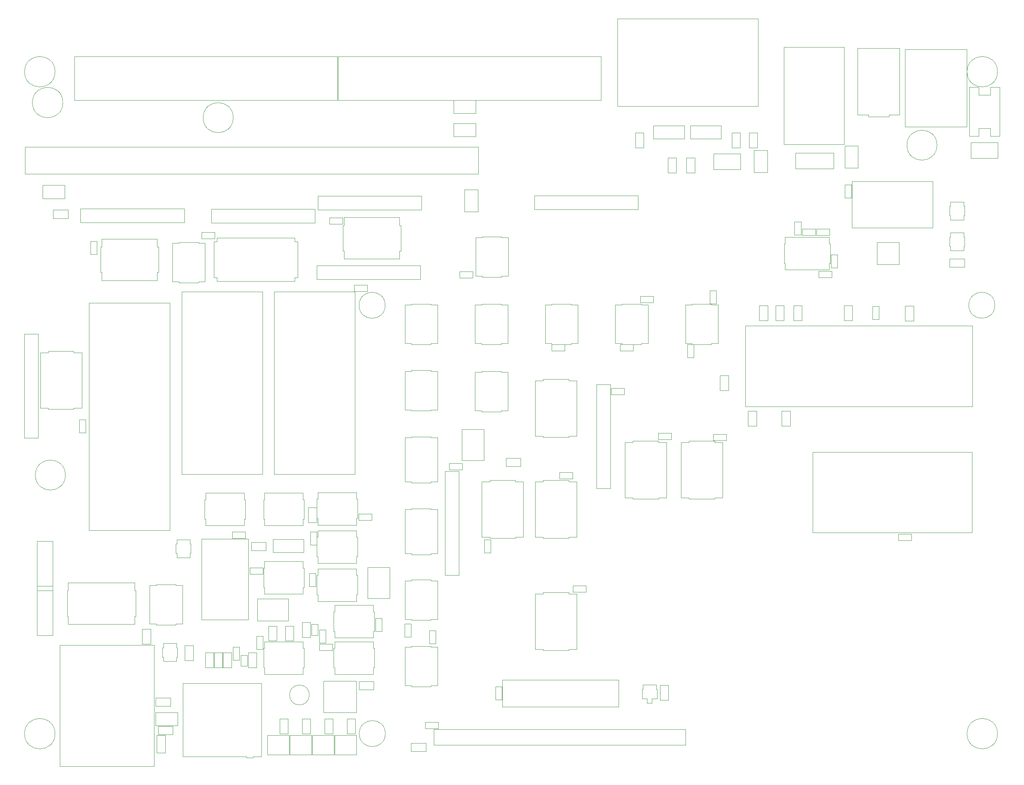
<source format=gbr>
%TF.GenerationSoftware,KiCad,Pcbnew,9.0.6*%
%TF.CreationDate,2025-11-23T22:39:12-08:00*%
%TF.ProjectId,SD-ZMB,53442d5a-4d42-42e6-9b69-6361645f7063,PR8.2*%
%TF.SameCoordinates,Original*%
%TF.FileFunction,Other,User*%
%FSLAX46Y46*%
G04 Gerber Fmt 4.6, Leading zero omitted, Abs format (unit mm)*
G04 Created by KiCad (PCBNEW 9.0.6) date 2025-11-23 22:39:12*
%MOMM*%
%LPD*%
G01*
G04 APERTURE LIST*
%ADD10C,0.050000*%
%ADD11C,0.120000*%
G04 APERTURE END LIST*
D10*
%TO.C,D5*%
X158050000Y-224175000D02*
X159450000Y-224175000D01*
X158050000Y-226675000D02*
X158050000Y-224175000D01*
X159450000Y-224175000D02*
X159450000Y-226675000D01*
X159450000Y-226675000D02*
X158050000Y-226675000D01*
%TO.C,H3*%
X313330000Y-99060000D02*
G75*
G02*
X306430000Y-99060000I-3450000J0D01*
G01*
X306430000Y-99060000D02*
G75*
G02*
X313330000Y-99060000I3450000J0D01*
G01*
%TO.C,C6*%
X157543600Y-240157000D02*
G75*
G02*
X153043600Y-240157000I-2250000J0D01*
G01*
X153043600Y-240157000D02*
G75*
G02*
X157543600Y-240157000I2250000J0D01*
G01*
%TO.C,RN4*%
X105715000Y-130090000D02*
X105715000Y-133210000D01*
X105715000Y-133210000D02*
X129235000Y-133210000D01*
X129235000Y-130090000D02*
X105715000Y-130090000D01*
X129235000Y-133210000D02*
X129235000Y-130090000D01*
%TO.C,U10*%
X126540000Y-137880000D02*
X128040000Y-137880000D01*
X126540000Y-146600000D02*
X126540000Y-137880000D01*
X128040000Y-137660000D02*
X132440000Y-137660000D01*
X128040000Y-137880000D02*
X128040000Y-137660000D01*
X128040000Y-146600000D02*
X126540000Y-146600000D01*
X128040000Y-146820000D02*
X128040000Y-146600000D01*
X132440000Y-137660000D02*
X132440000Y-137880000D01*
X132440000Y-137880000D02*
X133940000Y-137880000D01*
X132440000Y-146600000D02*
X132440000Y-146820000D01*
X132440000Y-146820000D02*
X128040000Y-146820000D01*
X133940000Y-137880000D02*
X133940000Y-146600000D01*
X133940000Y-146600000D02*
X132440000Y-146600000D01*
%TO.C,C26*%
X167684000Y-147352000D02*
X170644000Y-147352000D01*
X167684000Y-148812000D02*
X167684000Y-147352000D01*
X170644000Y-147352000D02*
X170644000Y-148812000D01*
X170644000Y-148812000D02*
X167684000Y-148812000D01*
%TO.C,D6*%
X123002000Y-249250000D02*
X124902000Y-249250000D01*
X123002000Y-253250000D02*
X123002000Y-249250000D01*
X123002000Y-253250000D02*
X124902000Y-253250000D01*
X124902000Y-253250000D02*
X124902000Y-249250000D01*
%TO.C,R36*%
X157292000Y-197710000D02*
X159192000Y-197710000D01*
X157292000Y-201070000D02*
X157292000Y-197710000D01*
X159192000Y-197710000D02*
X159192000Y-201070000D01*
X159192000Y-201070000D02*
X157292000Y-201070000D01*
%TO.C,C27*%
X199676000Y-238296000D02*
X201136000Y-238296000D01*
X199676000Y-241256000D02*
X199676000Y-238296000D01*
X201136000Y-238296000D02*
X201136000Y-241256000D01*
X201136000Y-241256000D02*
X199676000Y-241256000D01*
%TO.C,OP1*%
X149280999Y-204875000D02*
X149280999Y-207875000D01*
X149280999Y-207875000D02*
X156280999Y-207875000D01*
X156280999Y-204875000D02*
X149280999Y-204875000D01*
X156280999Y-207875000D02*
X156280999Y-204875000D01*
%TO.C,U31*%
X280410000Y-134419000D02*
X298710000Y-134419000D01*
X298710000Y-123899000D01*
X280410000Y-123899000D01*
X280410000Y-134419000D01*
%TO.C,U43*%
X121395000Y-215350000D02*
X122895000Y-215350000D01*
X121395000Y-224070000D02*
X121395000Y-215350000D01*
X122895000Y-215130000D02*
X127295000Y-215130000D01*
X122895000Y-215350000D02*
X122895000Y-215130000D01*
X122895000Y-224070000D02*
X121395000Y-224070000D01*
X122895000Y-224290000D02*
X122895000Y-224070000D01*
X127295000Y-215130000D02*
X127295000Y-215350000D01*
X127295000Y-215350000D02*
X128795000Y-215350000D01*
X127295000Y-224070000D02*
X127295000Y-224290000D01*
X127295000Y-224290000D02*
X122895000Y-224290000D01*
X128795000Y-215350000D02*
X128795000Y-224070000D01*
X128795000Y-224070000D02*
X127295000Y-224070000D01*
%TO.C,U26*%
X208660001Y-168990000D02*
X210460000Y-168990000D01*
X208660001Y-181530000D02*
X208660001Y-168990000D01*
X210460000Y-168710000D02*
X216260000Y-168710000D01*
X210460000Y-168990000D02*
X210460000Y-168710000D01*
X210460000Y-181530000D02*
X208660001Y-181530000D01*
X210460000Y-181810000D02*
X210460000Y-181530000D01*
X216260000Y-168710000D02*
X216260000Y-168990000D01*
X216260000Y-168990000D02*
X218059999Y-168990000D01*
X216260000Y-181530000D02*
X216260000Y-181810000D01*
X216260000Y-181810000D02*
X210460000Y-181810000D01*
X218059999Y-168990000D02*
X218059999Y-181530000D01*
X218059999Y-181530000D02*
X216260000Y-181530000D01*
%TO.C,C12*%
X157766000Y-203244000D02*
X159226000Y-203244000D01*
X157766000Y-206204000D02*
X157766000Y-203244000D01*
X159226000Y-203244000D02*
X159226000Y-206204000D01*
X159226000Y-206204000D02*
X157766000Y-206204000D01*
%TO.C,C32*%
X157512000Y-212642000D02*
X158972000Y-212642000D01*
X157512000Y-215602000D02*
X157512000Y-212642000D01*
X158972000Y-212642000D02*
X158972000Y-215602000D01*
X158972000Y-215602000D02*
X157512000Y-215602000D01*
%TO.C,H6*%
X174746679Y-248907865D02*
G75*
G02*
X168846679Y-248907865I-2950000J0D01*
G01*
X168846679Y-248907865D02*
G75*
G02*
X174746679Y-248907865I2950000J0D01*
G01*
%TO.C,C41*%
X275622000Y-140506000D02*
X277082000Y-140506000D01*
X275622000Y-143466000D02*
X275622000Y-140506000D01*
X277082000Y-140506000D02*
X277082000Y-143466000D01*
X277082000Y-143466000D02*
X275622000Y-143466000D01*
%TO.C,J16*%
X267597001Y-117483000D02*
X267597001Y-121023000D01*
X267597001Y-121023000D02*
X276217000Y-121023000D01*
X276217000Y-117483000D02*
X267597001Y-117483000D01*
X276217000Y-121023000D02*
X276217000Y-117483000D01*
%TO.C,U8*%
X147185000Y-195920000D02*
X147405000Y-195920000D01*
X147185000Y-200320000D02*
X147185000Y-195920000D01*
X147405000Y-194420000D02*
X156125000Y-194420000D01*
X147405000Y-195920000D02*
X147405000Y-194420000D01*
X147405000Y-200320000D02*
X147185000Y-200320000D01*
X147405000Y-201820000D02*
X147405000Y-200320000D01*
X156125000Y-194420000D02*
X156125000Y-195920000D01*
X156125000Y-195920000D02*
X156345000Y-195920000D01*
X156125000Y-200320000D02*
X156125000Y-201820000D01*
X156125000Y-201820000D02*
X147405000Y-201820000D01*
X156345000Y-195920000D02*
X156345000Y-200320000D01*
X156345000Y-200320000D02*
X156125000Y-200320000D01*
D11*
%TO.C,M1*%
X264930000Y-93522000D02*
X278630000Y-93522000D01*
X264930000Y-115522000D02*
X264930000Y-93522000D01*
X278630000Y-93522000D02*
X278630000Y-115522000D01*
X278630000Y-115522000D02*
X264930000Y-115522000D01*
D10*
%TO.C,U34*%
X195182000Y-136610000D02*
X196682000Y-136610000D01*
X195182000Y-145330000D02*
X195182000Y-136610000D01*
X196682000Y-136390000D02*
X201082000Y-136390000D01*
X196682000Y-136610000D02*
X196682000Y-136390000D01*
X196682000Y-145330000D02*
X195182000Y-145330000D01*
X196682000Y-145550000D02*
X196682000Y-145330000D01*
X201082000Y-136390000D02*
X201082000Y-136610000D01*
X201082000Y-136610000D02*
X202582000Y-136610000D01*
X201082000Y-145330000D02*
X201082000Y-145550000D01*
X201082000Y-145550000D02*
X196682000Y-145550000D01*
X202582000Y-136610000D02*
X202582000Y-145330000D01*
X202582000Y-145330000D02*
X201082000Y-145330000D01*
%TO.C,U12*%
X179180000Y-198173000D02*
X180680000Y-198173000D01*
X179180000Y-208173000D02*
X179180000Y-198173000D01*
X180680000Y-197973000D02*
X185080000Y-197973000D01*
X180680000Y-198173000D02*
X180680000Y-197973000D01*
X180680000Y-208173000D02*
X179180000Y-208173000D01*
X180680000Y-208373000D02*
X180680000Y-208173000D01*
X185080000Y-197973000D02*
X185080000Y-198173000D01*
X185080000Y-198173000D02*
X186580000Y-198173000D01*
X185080000Y-208173000D02*
X185080000Y-208373000D01*
X185080000Y-208373000D02*
X180680000Y-208373000D01*
X186580000Y-198173000D02*
X186580000Y-208173000D01*
X186580000Y-208173000D02*
X185080000Y-208173000D01*
%TO.C,H1*%
X99970000Y-248920000D02*
G75*
G02*
X93070000Y-248920000I-3450000J0D01*
G01*
X93070000Y-248920000D02*
G75*
G02*
X99970000Y-248920000I3450000J0D01*
G01*
%TO.C,C8*%
X232454000Y-149892000D02*
X235414000Y-149892000D01*
X232454000Y-151352000D02*
X232454000Y-149892000D01*
X235414000Y-149892000D02*
X235414000Y-151352000D01*
X235414000Y-151352000D02*
X232454000Y-151352000D01*
%TO.C,U7*%
X179180000Y-151850000D02*
X180680000Y-151850000D01*
X179180000Y-160570000D02*
X179180000Y-151850000D01*
X180680000Y-151630000D02*
X185080000Y-151630000D01*
X180680000Y-151850000D02*
X180680000Y-151630000D01*
X180680000Y-160570000D02*
X179180000Y-160570000D01*
X180680000Y-160790000D02*
X180680000Y-160570000D01*
X185080000Y-151630000D02*
X185080000Y-151850000D01*
X185080000Y-151850000D02*
X186580000Y-151850000D01*
X185080000Y-160570000D02*
X185080000Y-160790000D01*
X185080000Y-160790000D02*
X180680000Y-160790000D01*
X186580000Y-151850000D02*
X186580000Y-160570000D01*
X186580000Y-160570000D02*
X185080000Y-160570000D01*
%TO.C,U13*%
X107690000Y-151445000D02*
X125990000Y-151445000D01*
X125990000Y-202875000D01*
X107690000Y-202875000D01*
X107690000Y-151445000D01*
%TO.C,C31*%
X197136000Y-205022000D02*
X198596000Y-205022000D01*
X197136000Y-207982000D02*
X197136000Y-205022000D01*
X198596000Y-205022000D02*
X198596000Y-207982000D01*
X198596000Y-207982000D02*
X197136000Y-207982000D01*
%TO.C,C7*%
X214166000Y-189770000D02*
X217126000Y-189770000D01*
X214166000Y-191230000D02*
X214166000Y-189770000D01*
X217126000Y-189770000D02*
X217126000Y-191230000D01*
X217126000Y-191230000D02*
X214166000Y-191230000D01*
%TO.C,J3*%
X249050000Y-117610000D02*
X249050000Y-121150000D01*
X249050000Y-121150000D02*
X255140000Y-121150000D01*
X255140000Y-117610000D02*
X249050000Y-117610000D01*
X255140000Y-121150000D02*
X255140000Y-117610000D01*
%TO.C,U4*%
X242680000Y-151850000D02*
X244180000Y-151850000D01*
X242680000Y-160570000D02*
X242680000Y-151850000D01*
X244180000Y-151630000D02*
X248580000Y-151630000D01*
X244180000Y-151850000D02*
X244180000Y-151630000D01*
X244180000Y-160570000D02*
X242680000Y-160570000D01*
X244180000Y-160790000D02*
X244180000Y-160570000D01*
X248580000Y-151630000D02*
X248580000Y-151850000D01*
X248580000Y-151850000D02*
X250080000Y-151850000D01*
X248580000Y-160570000D02*
X248580000Y-160790000D01*
X248580000Y-160790000D02*
X244180000Y-160790000D01*
X250080000Y-151850000D02*
X250080000Y-160570000D01*
X250080000Y-160570000D02*
X248580000Y-160570000D01*
%TO.C,U18*%
X208660000Y-191850000D02*
X210460000Y-191850000D01*
X208660000Y-204390000D02*
X208660000Y-191850000D01*
X210460000Y-191570000D02*
X216260000Y-191570000D01*
X210460000Y-191850000D02*
X210460000Y-191570000D01*
X210460000Y-204390000D02*
X208660000Y-204390000D01*
X210460000Y-204670000D02*
X210460000Y-204390000D01*
X216260000Y-191570000D02*
X216260000Y-191850000D01*
X216260000Y-191850000D02*
X218060000Y-191850000D01*
X216260000Y-204390000D02*
X216260000Y-204670000D01*
X216260000Y-204670000D02*
X210460000Y-204670000D01*
X218060000Y-191850000D02*
X218060000Y-204390000D01*
X218060000Y-204390000D02*
X216260000Y-204390000D01*
%TO.C,RN1*%
X188305000Y-189535000D02*
X188305000Y-213055000D01*
X188305000Y-213055000D02*
X191425000Y-213055000D01*
X191425000Y-189535000D02*
X188305000Y-189535000D01*
X191425000Y-213055000D02*
X191425000Y-189535000D01*
%TO.C,R6*%
X256860000Y-175866000D02*
X258760000Y-175866000D01*
X256860000Y-179226000D02*
X256860000Y-175866000D01*
X258760000Y-175866000D02*
X258760000Y-179226000D01*
X258760000Y-179226000D02*
X256860000Y-179226000D01*
%TO.C,U15*%
X135955000Y-137545000D02*
X136605000Y-137545000D01*
X135955000Y-145665000D02*
X135955000Y-137545000D01*
X136605000Y-136705000D02*
X154225000Y-136705000D01*
X136605000Y-137545000D02*
X136605000Y-136705000D01*
X136605000Y-145665000D02*
X135955000Y-145665000D01*
X136605000Y-146505000D02*
X136605000Y-145665000D01*
X154225000Y-136705000D02*
X154225000Y-137545000D01*
X154225000Y-137545000D02*
X154875000Y-137545000D01*
X154225000Y-145665000D02*
X154225000Y-146505000D01*
X154225000Y-146505000D02*
X136605000Y-146505000D01*
X154875000Y-137545000D02*
X154875000Y-145665000D01*
X154875000Y-145665000D02*
X154225000Y-145665000D01*
%TO.C,C14*%
X107982000Y-137458000D02*
X109442000Y-137458000D01*
X107982000Y-140418000D02*
X107982000Y-137458000D01*
X109442000Y-137458000D02*
X109442000Y-140418000D01*
X109442000Y-140418000D02*
X107982000Y-140418000D01*
%TO.C,C9*%
X144062000Y-211360000D02*
X147022000Y-211360000D01*
X144062000Y-212820000D02*
X144062000Y-211360000D01*
X147022000Y-211360000D02*
X147022000Y-212820000D01*
X147022000Y-212820000D02*
X144062000Y-212820000D01*
%TO.C,J18*%
X227260000Y-87095331D02*
X227260000Y-106885331D01*
X227260000Y-106885331D02*
X259120000Y-106885331D01*
X259120000Y-87095331D02*
X227260000Y-87095331D01*
X259120000Y-106885331D02*
X259120000Y-87095331D01*
%TO.C,R14*%
X143703000Y-230603000D02*
X145603000Y-230603000D01*
X143703000Y-233963000D02*
X143703000Y-230603000D01*
X145603000Y-230603000D02*
X145603000Y-233963000D01*
X145603000Y-233963000D02*
X143703000Y-233963000D01*
%TO.C,OP4*%
X145756999Y-218337000D02*
X145756999Y-223337000D01*
X145756999Y-223337000D02*
X152756999Y-223337000D01*
X152756999Y-218337000D02*
X145756999Y-218337000D01*
X152756999Y-223337000D02*
X152756999Y-218337000D01*
%TO.C,SW2*%
X292379000Y-93966000D02*
X306379000Y-93966000D01*
X306379000Y-111566000D01*
X292379000Y-111566000D01*
X292379000Y-93966000D01*
%TO.C,U17*%
X196595001Y-191850000D02*
X198395000Y-191850000D01*
X196595001Y-204390000D02*
X196595001Y-191850000D01*
X198395000Y-191570000D02*
X204195000Y-191570000D01*
X198395000Y-191850000D02*
X198395000Y-191570000D01*
X198395000Y-204390000D02*
X196595001Y-204390000D01*
X198395000Y-204670000D02*
X198395000Y-204390000D01*
X204195000Y-191570000D02*
X204195000Y-191850000D01*
X204195000Y-191850000D02*
X205994999Y-191850000D01*
X204195000Y-204390000D02*
X204195000Y-204670000D01*
X204195000Y-204670000D02*
X198395000Y-204670000D01*
X205994999Y-191850000D02*
X205994999Y-204390000D01*
X205994999Y-204390000D02*
X204195000Y-204390000D01*
%TO.C,D2*%
X153155000Y-249250000D02*
X153155000Y-253670000D01*
X153155000Y-253670000D02*
X157995000Y-253670000D01*
X157995000Y-249250000D02*
X153155000Y-249250000D01*
X157995000Y-253670000D02*
X157995000Y-249250000D01*
%TO.C,J10*%
X95863000Y-205337000D02*
X99413000Y-205337000D01*
X95863000Y-216537000D02*
X95863000Y-205337000D01*
X99413000Y-205337000D02*
X99413000Y-216537000D01*
X99413000Y-216537000D02*
X95863000Y-216537000D01*
%TO.C,H5*%
X312727694Y-151929173D02*
G75*
G02*
X306827694Y-151929173I-2950000J0D01*
G01*
X306827694Y-151929173D02*
G75*
G02*
X312727694Y-151929173I2950000J0D01*
G01*
%TO.C,R17*%
X259400000Y-151990000D02*
X261300000Y-151990000D01*
X259400000Y-155350000D02*
X259400000Y-151990000D01*
X261300000Y-151990000D02*
X261300000Y-155350000D01*
X261300000Y-155350000D02*
X259400000Y-155350000D01*
%TO.C,R29*%
X168754000Y-237048000D02*
X172114000Y-237048000D01*
X168754000Y-238948000D02*
X168754000Y-237048000D01*
X172114000Y-237048000D02*
X172114000Y-238948000D01*
X172114000Y-238948000D02*
X168754000Y-238948000D01*
%TO.C,RN3*%
X222595000Y-169850000D02*
X222595000Y-193370000D01*
X222595000Y-193370000D02*
X225715000Y-193370000D01*
X225715000Y-169850000D02*
X222595000Y-169850000D01*
X225715000Y-193370000D02*
X225715000Y-169850000D01*
%TO.C,R1*%
X150815000Y-245589000D02*
X152715000Y-245589000D01*
X150815000Y-248949000D02*
X150815000Y-245589000D01*
X152715000Y-245589000D02*
X152715000Y-248949000D01*
X152715000Y-248949000D02*
X150815000Y-248949000D01*
%TO.C,C23*%
X191560000Y-144304000D02*
X194520000Y-144304000D01*
X191560000Y-145764000D02*
X191560000Y-144304000D01*
X194520000Y-144304000D02*
X194520000Y-145764000D01*
X194520000Y-145764000D02*
X191560000Y-145764000D01*
%TO.C,R10*%
X267147000Y-151990000D02*
X269047000Y-151990000D01*
X267147000Y-155350000D02*
X267147000Y-151990000D01*
X269047000Y-151990000D02*
X269047000Y-155350000D01*
X269047000Y-155350000D02*
X267147000Y-155350000D01*
%TO.C,R21*%
X148275000Y-224530500D02*
X150175000Y-224530500D01*
X148275000Y-227890500D02*
X148275000Y-224530500D01*
X150175000Y-224530500D02*
X150175000Y-227890500D01*
X150175000Y-227890500D02*
X148275000Y-227890500D01*
%TO.C,RN2*%
X93055000Y-158419999D02*
X93055000Y-181939999D01*
X93055000Y-181939999D02*
X96175000Y-181939999D01*
X96175000Y-158419999D02*
X93055000Y-158419999D01*
X96175000Y-181939999D02*
X96175000Y-158419999D01*
%TO.C,C3*%
X140303449Y-109466688D02*
G75*
G02*
X133503449Y-109466688I-3400000J0D01*
G01*
X133503449Y-109466688D02*
G75*
G02*
X140303449Y-109466688I3400000J0D01*
G01*
%TO.C,R25*%
X236921000Y-237969000D02*
X238821000Y-237969000D01*
X236921000Y-241329000D02*
X236921000Y-237969000D01*
X238821000Y-237969000D02*
X238821000Y-241329000D01*
X238821000Y-241329000D02*
X236921000Y-241329000D01*
%TO.C,U27*%
X110290000Y-138705000D02*
X110570000Y-138705000D01*
X110290000Y-144505000D02*
X110290000Y-138705000D01*
X110570000Y-136905000D02*
X123110000Y-136905000D01*
X110570000Y-138705000D02*
X110570000Y-136905000D01*
X110570000Y-144505000D02*
X110290000Y-144505000D01*
X110570000Y-146305000D02*
X110570000Y-144505000D01*
X123110000Y-136905000D02*
X123110000Y-138705000D01*
X123110000Y-138705000D02*
X123390000Y-138705000D01*
X123110000Y-144505000D02*
X123110000Y-146305000D01*
X123110000Y-146305000D02*
X110570000Y-146305000D01*
X123390000Y-138705000D02*
X123390000Y-144505000D01*
X123390000Y-144505000D02*
X123110000Y-144505000D01*
%TO.C,C24*%
X105442000Y-177844000D02*
X106902000Y-177844000D01*
X105442000Y-180804000D02*
X105442000Y-177844000D01*
X106902000Y-177844000D02*
X106902000Y-180804000D01*
X106902000Y-180804000D02*
X105442000Y-180804000D01*
%TO.C,R20*%
X180565000Y-251018000D02*
X183925000Y-251018000D01*
X180565000Y-252918000D02*
X180565000Y-251018000D01*
X183925000Y-251018000D02*
X183925000Y-252918000D01*
X183925000Y-252918000D02*
X180565000Y-252918000D01*
%TO.C,C4*%
X299623380Y-115697000D02*
G75*
G02*
X292823380Y-115697000I-3400000J0D01*
G01*
X292823380Y-115697000D02*
G75*
G02*
X299623380Y-115697000I3400000J0D01*
G01*
%TO.C,OP2*%
X235419000Y-111276000D02*
X235419000Y-114276000D01*
X235419000Y-114276000D02*
X242419000Y-114276000D01*
X242419000Y-111276000D02*
X235419000Y-111276000D01*
X242419000Y-114276000D02*
X242419000Y-111276000D01*
%TO.C,U9*%
X226805000Y-151850000D02*
X228305000Y-151850000D01*
X226805000Y-160570000D02*
X226805000Y-151850000D01*
X228305000Y-151630000D02*
X232705000Y-151630000D01*
X228305000Y-151850000D02*
X228305000Y-151630000D01*
X228305000Y-160570000D02*
X226805000Y-160570000D01*
X228305000Y-160790000D02*
X228305000Y-160570000D01*
X232705000Y-151630000D02*
X232705000Y-151850000D01*
X232705000Y-151850000D02*
X234205000Y-151850000D01*
X232705000Y-160570000D02*
X232705000Y-160790000D01*
X232705000Y-160790000D02*
X228305000Y-160790000D01*
X234205000Y-151850000D02*
X234205000Y-160570000D01*
X234205000Y-160570000D02*
X232705000Y-160570000D01*
%TO.C,C1*%
X140125000Y-203232000D02*
X143085000Y-203232000D01*
X140125000Y-204692000D02*
X140125000Y-203232000D01*
X143085000Y-203232000D02*
X143085000Y-204692000D01*
X143085000Y-204692000D02*
X140125000Y-204692000D01*
%TO.C,C21*%
X212388000Y-160814000D02*
X215348000Y-160814000D01*
X212388000Y-162274000D02*
X212388000Y-160814000D01*
X215348000Y-160814000D02*
X215348000Y-162274000D01*
X215348000Y-162274000D02*
X212388000Y-162274000D01*
%TO.C,R7*%
X231333000Y-112874000D02*
X233233000Y-112874000D01*
X231333000Y-116234000D02*
X231333000Y-112874000D01*
X233233000Y-112874000D02*
X233233000Y-116234000D01*
X233233000Y-116234000D02*
X231333000Y-116234000D01*
%TO.C,R9*%
X253177000Y-112874000D02*
X255077000Y-112874000D01*
X253177000Y-116234000D02*
X253177000Y-112874000D01*
X255077000Y-112874000D02*
X255077000Y-116234000D01*
X255077000Y-116234000D02*
X253177000Y-116234000D01*
%TO.C,SW1*%
X306988000Y-102527000D02*
X309088000Y-102527000D01*
X306988000Y-113677000D02*
X306988000Y-102527000D01*
X309088000Y-102527000D02*
X309088000Y-104327000D01*
X309088000Y-104327000D02*
X311688000Y-104327000D01*
X309088000Y-111877000D02*
X309088000Y-113677000D01*
X309088000Y-113677000D02*
X306988000Y-113677000D01*
X311688000Y-102527000D02*
X313788000Y-102527000D01*
X311688000Y-104327000D02*
X311688000Y-102527000D01*
X311688000Y-111877000D02*
X309088000Y-111877000D01*
X311688000Y-113677000D02*
X311688000Y-111877000D01*
X313788000Y-102527000D02*
X313788000Y-113677000D01*
X313788000Y-113677000D02*
X311688000Y-113677000D01*
%TO.C,R31*%
X135990000Y-230570000D02*
X137890000Y-230570000D01*
X135990000Y-233930000D02*
X135990000Y-230570000D01*
X137890000Y-230570000D02*
X137890000Y-233930000D01*
X137890000Y-233930000D02*
X135990000Y-233930000D01*
%TO.C,U23*%
X241680001Y-182960000D02*
X243480000Y-182960000D01*
X241680001Y-195500000D02*
X241680001Y-182960000D01*
X243480000Y-182680000D02*
X249280000Y-182680000D01*
X243480000Y-182960000D02*
X243480000Y-182680000D01*
X243480000Y-195500000D02*
X241680001Y-195500000D01*
X243480000Y-195780000D02*
X243480000Y-195500000D01*
X249280000Y-182680000D02*
X249280000Y-182960000D01*
X249280000Y-182960000D02*
X251079999Y-182960000D01*
X249280000Y-195500000D02*
X249280000Y-195780000D01*
X249280000Y-195780000D02*
X243480000Y-195780000D01*
X251079999Y-182960000D02*
X251079999Y-195500000D01*
X251079999Y-195500000D02*
X249280000Y-195500000D01*
%TO.C,U46*%
X265056000Y-138008000D02*
X265256000Y-138008000D01*
X265056000Y-142408000D02*
X265056000Y-138008000D01*
X265256000Y-136508000D02*
X275256000Y-136508000D01*
X265256000Y-138008000D02*
X265256000Y-136508000D01*
X265256000Y-142408000D02*
X265056000Y-142408000D01*
X265256000Y-143908000D02*
X265256000Y-142408000D01*
X275256000Y-136508000D02*
X275256000Y-138008000D01*
X275256000Y-138008000D02*
X275456000Y-138008000D01*
X275256000Y-142408000D02*
X275256000Y-143908000D01*
X275256000Y-143908000D02*
X265256000Y-143908000D01*
X275456000Y-138008000D02*
X275456000Y-142408000D01*
X275456000Y-142408000D02*
X275256000Y-142408000D01*
%TO.C,R28*%
X99531500Y-130363000D02*
X102891500Y-130363000D01*
X99531500Y-132263000D02*
X99531500Y-130363000D01*
X102891500Y-130363000D02*
X102891500Y-132263000D01*
X102891500Y-132263000D02*
X99531500Y-132263000D01*
%TO.C,C37*%
X140240000Y-229280772D02*
X141700000Y-229280772D01*
X140240000Y-232240772D02*
X140240000Y-229280772D01*
X141700000Y-229280772D02*
X141700000Y-232240772D01*
X141700000Y-232240772D02*
X140240000Y-232240772D01*
%TO.C,R18*%
X264480000Y-175866000D02*
X266380000Y-175866000D01*
X264480000Y-179226000D02*
X264480000Y-175866000D01*
X266380000Y-175866000D02*
X266380000Y-179226000D01*
X266380000Y-179226000D02*
X264480000Y-179226000D01*
%TO.C,U22*%
X149600000Y-148905000D02*
X167900000Y-148905000D01*
X167900000Y-190185000D01*
X149600000Y-190185000D01*
X149600000Y-148905000D01*
%TO.C,R33*%
X133990000Y-230570000D02*
X135890000Y-230570000D01*
X133990000Y-233930000D02*
X133990000Y-230570000D01*
X135890000Y-230570000D02*
X135890000Y-233930000D01*
X135890000Y-233930000D02*
X133990000Y-233930000D01*
%TO.C,J9*%
X164078501Y-95585501D02*
X164078501Y-105485501D01*
X164078501Y-105485501D02*
X223538501Y-105485501D01*
X223538501Y-95585501D02*
X164078501Y-95585501D01*
X223538501Y-105485501D02*
X223538501Y-95585501D01*
%TO.C,R12*%
X263083000Y-151990000D02*
X264983000Y-151990000D01*
X263083000Y-155350000D02*
X263083000Y-151990000D01*
X264983000Y-151990000D02*
X264983000Y-155350000D01*
X264983000Y-155350000D02*
X263083000Y-155350000D01*
%TO.C,U38*%
X159250000Y-213065000D02*
X159470000Y-213065000D01*
X159250000Y-217465000D02*
X159250000Y-213065000D01*
X159470000Y-211565000D02*
X168190000Y-211565000D01*
X159470000Y-213065000D02*
X159470000Y-211565000D01*
X159470000Y-217465000D02*
X159250000Y-217465000D01*
X159470000Y-218965000D02*
X159470000Y-217465000D01*
X168190000Y-211565000D02*
X168190000Y-213065000D01*
X168190000Y-213065000D02*
X168410000Y-213065000D01*
X168190000Y-217465000D02*
X168190000Y-218965000D01*
X168190000Y-218965000D02*
X159470000Y-218965000D01*
X168410000Y-213065000D02*
X168410000Y-217465000D01*
X168410000Y-217465000D02*
X168190000Y-217465000D01*
%TO.C,U40*%
X302465000Y-136490999D02*
X302665000Y-136491000D01*
X302465000Y-138591001D02*
X302465000Y-136490999D01*
X302665000Y-135491000D02*
X305665000Y-135491000D01*
X302665000Y-136491000D02*
X302665000Y-135491000D01*
X302665000Y-138591000D02*
X302465000Y-138591001D01*
X302665000Y-139591000D02*
X302665000Y-138591000D01*
X305665000Y-135491000D02*
X305665000Y-136491000D01*
X305665000Y-136491000D02*
X305865000Y-136490999D01*
X305665000Y-138591000D02*
X305665000Y-139591000D01*
X305665000Y-139591000D02*
X302665000Y-139591000D01*
X305865000Y-136490999D02*
X305865000Y-138591001D01*
X305865000Y-138591001D02*
X305665000Y-138591000D01*
%TO.C,H7*%
X174704750Y-151938471D02*
G75*
G02*
X168804750Y-151938471I-2950000J0D01*
G01*
X168804750Y-151938471D02*
G75*
G02*
X174704750Y-151938471I2950000J0D01*
G01*
%TO.C,C33*%
X189185000Y-187738000D02*
X192145000Y-187738000D01*
X189185000Y-189198000D02*
X189185000Y-187738000D01*
X192145000Y-187738000D02*
X192145000Y-189198000D01*
X192145000Y-189198000D02*
X189185000Y-189198000D01*
%TO.C,U39*%
X179180000Y-214299000D02*
X180680000Y-214299000D01*
X179180000Y-223019000D02*
X179180000Y-214299000D01*
X180680000Y-214079000D02*
X185080000Y-214079000D01*
X180680000Y-214299000D02*
X180680000Y-214079000D01*
X180680000Y-223019000D02*
X179180000Y-223019000D01*
X180680000Y-223239000D02*
X180680000Y-223019000D01*
X185080000Y-214079000D02*
X185080000Y-214299000D01*
X185080000Y-214299000D02*
X186580000Y-214299000D01*
X185080000Y-223019000D02*
X185080000Y-223239000D01*
X185080000Y-223239000D02*
X180680000Y-223239000D01*
X186580000Y-214299000D02*
X186580000Y-223019000D01*
X186580000Y-223019000D02*
X185080000Y-223019000D01*
%TO.C,OP8*%
X258215000Y-116880000D02*
X258215000Y-121880000D01*
X258215000Y-121880000D02*
X261215000Y-121880000D01*
X261215000Y-116880000D02*
X258215000Y-116880000D01*
X261215000Y-121880000D02*
X261215000Y-116880000D01*
%TO.C,H2*%
X313330000Y-248920000D02*
G75*
G02*
X306430000Y-248920000I-3450000J0D01*
G01*
X306430000Y-248920000D02*
G75*
G02*
X313330000Y-248920000I3450000J0D01*
G01*
%TO.C,C25*%
X162096000Y-132112000D02*
X165056000Y-132112000D01*
X162096000Y-133572000D02*
X162096000Y-132112000D01*
X165056000Y-132112000D02*
X165056000Y-133572000D01*
X165056000Y-133572000D02*
X162096000Y-133572000D01*
%TO.C,C35*%
X179102000Y-224072000D02*
X180562000Y-224072000D01*
X179102000Y-227032000D02*
X179102000Y-224072000D01*
X180562000Y-224072000D02*
X180562000Y-227032000D01*
X180562000Y-227032000D02*
X179102000Y-227032000D01*
%TO.C,C2*%
X278797000Y-124631001D02*
X280257000Y-124631001D01*
X278797000Y-127591001D02*
X278797000Y-124631001D01*
X280257000Y-124631001D02*
X280257000Y-127591001D01*
X280257000Y-127591001D02*
X278797000Y-127591001D01*
%TO.C,U35*%
X307660000Y-156585000D02*
X256230000Y-156585000D01*
X256230000Y-174885000D01*
X307660000Y-174885000D01*
X307660000Y-156585000D01*
%TO.C,U30*%
X165154000Y-133855000D02*
X165434000Y-133855000D01*
X165154000Y-139655000D02*
X165154000Y-133855000D01*
X165434000Y-132055001D02*
X177974000Y-132055001D01*
X165434000Y-133855000D02*
X165434000Y-132055001D01*
X165434000Y-139655000D02*
X165154000Y-139655000D01*
X165434000Y-141454999D02*
X165434000Y-139655000D01*
X177974000Y-132055001D02*
X177974000Y-133855000D01*
X177974000Y-133855000D02*
X178254000Y-133855000D01*
X177974000Y-139655000D02*
X177974000Y-141454999D01*
X177974000Y-141454999D02*
X165434000Y-141454999D01*
X178254000Y-133855000D02*
X178254000Y-139655000D01*
X178254000Y-139655000D02*
X177974000Y-139655000D01*
%TO.C,OP3*%
X243769000Y-111276000D02*
X243769000Y-114276000D01*
X243769000Y-114276000D02*
X250769000Y-114276000D01*
X250769000Y-111276000D02*
X243769000Y-111276000D01*
X250769000Y-114276000D02*
X250769000Y-111276000D01*
%TO.C,J4*%
X281635000Y-93777000D02*
X291135000Y-93777000D01*
X281635000Y-108827000D02*
X281635000Y-93777000D01*
X284135000Y-108827000D02*
X281635000Y-108827000D01*
X284135000Y-108827000D02*
X284135000Y-109277000D01*
X284135000Y-109277000D02*
X288735000Y-109277000D01*
X288735000Y-109277000D02*
X288735000Y-108827000D01*
X291135000Y-93777000D02*
X291135000Y-108827000D01*
X291135000Y-108827000D02*
X288735000Y-108827000D01*
%TO.C,J17*%
X201176000Y-236731000D02*
X201176000Y-242821000D01*
X201176000Y-242821000D02*
X227576000Y-242821000D01*
X227576000Y-236731000D02*
X201176000Y-236731000D01*
X227576000Y-242821000D02*
X227576000Y-236731000D01*
%TO.C,JP3*%
X97190000Y-124750000D02*
X97190000Y-127750000D01*
X97190000Y-127750000D02*
X102190000Y-127750000D01*
X102190000Y-124750000D02*
X97190000Y-124750000D01*
X102190000Y-127750000D02*
X102190000Y-124750000D01*
%TO.C,C19*%
X285020000Y-152190000D02*
X286480000Y-152190000D01*
X285020000Y-155150000D02*
X285020000Y-152190000D01*
X286480000Y-152190000D02*
X286480000Y-155150000D01*
X286480000Y-155150000D02*
X285020000Y-155150000D01*
%TO.C,JP2*%
X190190000Y-105500000D02*
X190190000Y-108500000D01*
X190190000Y-108500000D02*
X195190000Y-108500000D01*
X195190000Y-105500000D02*
X190190000Y-105500000D01*
X195190000Y-108500000D02*
X195190000Y-105500000D01*
%TO.C,C30*%
X145574000Y-226866000D02*
X147034000Y-226866000D01*
X145574000Y-229826000D02*
X145574000Y-226866000D01*
X147034000Y-226866000D02*
X147034000Y-229826000D01*
X147034000Y-229826000D02*
X145574000Y-229826000D01*
%TO.C,OP6*%
X170712000Y-211257000D02*
X170712000Y-218257000D01*
X170712000Y-218257000D02*
X175712000Y-218257000D01*
X175712000Y-211257000D02*
X170712000Y-211257000D01*
X175712000Y-218257000D02*
X175712000Y-211257000D01*
%TO.C,C18*%
X243110000Y-160826000D02*
X244570000Y-160826000D01*
X243110000Y-163786000D02*
X243110000Y-160826000D01*
X244570000Y-160826000D02*
X244570000Y-163786000D01*
X244570000Y-163786000D02*
X243110000Y-163786000D01*
%TO.C,R2*%
X155895000Y-245589000D02*
X157795000Y-245589000D01*
X155895000Y-248949000D02*
X155895000Y-245589000D01*
X157795000Y-245589000D02*
X157795000Y-248949000D01*
X157795000Y-248949000D02*
X155895000Y-248949000D01*
%TO.C,JP4*%
X190190000Y-110750000D02*
X190190000Y-113750000D01*
X190190000Y-113750000D02*
X195190000Y-113750000D01*
X195190000Y-110750000D02*
X190190000Y-110750000D01*
X195190000Y-113750000D02*
X195190000Y-110750000D01*
%TO.C,R32*%
X122760000Y-240800000D02*
X126120000Y-240800000D01*
X122760000Y-242700000D02*
X122760000Y-240800000D01*
X126120000Y-240800000D02*
X126120000Y-242700000D01*
X126120000Y-242700000D02*
X122760000Y-242700000D01*
%TO.C,U45*%
X101092000Y-228854000D02*
X122428000Y-228854000D01*
X101092000Y-256286000D02*
X101092000Y-228854000D01*
X122428000Y-228854000D02*
X122428000Y-256286000D01*
X122428000Y-256286000D02*
X101092000Y-256286000D01*
%TO.C,U44*%
X147185000Y-229575000D02*
X147405000Y-229575000D01*
X147185000Y-233975000D02*
X147185000Y-229575000D01*
X147405000Y-228075000D02*
X156125000Y-228075000D01*
X147405000Y-229575000D02*
X147405000Y-228075000D01*
X147405000Y-233975000D02*
X147185000Y-233975000D01*
X147405000Y-235475000D02*
X147405000Y-233975000D01*
X156125000Y-228075000D02*
X156125000Y-229575000D01*
X156125000Y-229575000D02*
X156345000Y-229575000D01*
X156125000Y-233975000D02*
X156125000Y-235475000D01*
X156125000Y-235475000D02*
X147405000Y-235475000D01*
X156345000Y-229575000D02*
X156345000Y-233975000D01*
X156345000Y-233975000D02*
X156125000Y-233975000D01*
%TO.C,C28*%
X225850000Y-170720000D02*
X228810000Y-170720000D01*
X225850000Y-172180000D02*
X225850000Y-170720000D01*
X228810000Y-170720000D02*
X228810000Y-172180000D01*
X228810000Y-172180000D02*
X225850000Y-172180000D01*
%TO.C,JP6*%
X278747869Y-115863742D02*
X278747869Y-120863742D01*
X278747869Y-120863742D02*
X281747869Y-120863742D01*
X281747869Y-115863742D02*
X278747869Y-115863742D01*
X281747869Y-120863742D02*
X281747869Y-115863742D01*
%TO.C,J1*%
X307343000Y-115069999D02*
X307343000Y-118609999D01*
X307343000Y-118609999D02*
X313433000Y-118609999D01*
X313433000Y-115069999D02*
X307343000Y-115069999D01*
X313433000Y-118609999D02*
X313433000Y-115069999D01*
%TO.C,C42*%
X269157000Y-134652000D02*
X272117000Y-134652000D01*
X269157000Y-136112000D02*
X269157000Y-134652000D01*
X272117000Y-134652000D02*
X272117000Y-136112000D01*
X272117000Y-136112000D02*
X269157000Y-136112000D01*
%TO.C,C10*%
X236518000Y-180880000D02*
X239478000Y-180880000D01*
X236518000Y-182340000D02*
X236518000Y-180880000D01*
X239478000Y-180880000D02*
X239478000Y-182340000D01*
X239478000Y-182340000D02*
X236518000Y-182340000D01*
%TO.C,U14*%
X195055000Y-167090000D02*
X196555000Y-167090000D01*
X195055000Y-175810000D02*
X195055000Y-167090000D01*
X196555000Y-166870000D02*
X200955000Y-166870000D01*
X196555000Y-167090000D02*
X196555000Y-166870000D01*
X196555000Y-175810000D02*
X195055000Y-175810000D01*
X196555000Y-176030000D02*
X196555000Y-175810000D01*
X200955000Y-166870000D02*
X200955000Y-167090000D01*
X200955000Y-167090000D02*
X202455000Y-167090000D01*
X200955000Y-175810000D02*
X200955000Y-176030000D01*
X200955000Y-176030000D02*
X196555000Y-176030000D01*
X202455000Y-167090000D02*
X202455000Y-175810000D01*
X202455000Y-175810000D02*
X200955000Y-175810000D01*
%TO.C,U33*%
X307600000Y-185230000D02*
X271520000Y-185230000D01*
X271520000Y-203380000D01*
X307600000Y-203380000D01*
X307600000Y-185230000D01*
%TO.C,C34*%
X290874000Y-203740000D02*
X293834000Y-203740000D01*
X290874000Y-205200000D02*
X290874000Y-203740000D01*
X293834000Y-203740000D02*
X293834000Y-205200000D01*
X293834000Y-205200000D02*
X290874000Y-205200000D01*
%TO.C,U32*%
X159250000Y-204429000D02*
X159470000Y-204429000D01*
X159250000Y-208829000D02*
X159250000Y-204429000D01*
X159470000Y-202929000D02*
X168190000Y-202929000D01*
X159470000Y-204429000D02*
X159470000Y-202929000D01*
X159470000Y-208829000D02*
X159250000Y-208829000D01*
X159470000Y-210329000D02*
X159470000Y-208829000D01*
X168190000Y-202929000D02*
X168190000Y-204429000D01*
X168190000Y-204429000D02*
X168410000Y-204429000D01*
X168190000Y-208829000D02*
X168190000Y-210329000D01*
X168190000Y-210329000D02*
X159470000Y-210329000D01*
X168410000Y-204429000D02*
X168410000Y-208829000D01*
X168410000Y-208829000D02*
X168190000Y-208829000D01*
%TO.C,U11*%
X159250000Y-195793000D02*
X159470000Y-195793000D01*
X159250000Y-200193000D02*
X159250000Y-195793000D01*
X159470000Y-194293000D02*
X168190000Y-194293000D01*
X159470000Y-195793000D02*
X159470000Y-194293000D01*
X159470000Y-200193000D02*
X159250000Y-200193000D01*
X159470000Y-201693000D02*
X159470000Y-200193000D01*
X168190000Y-194293000D02*
X168190000Y-195793000D01*
X168190000Y-195793000D02*
X168410000Y-195793000D01*
X168190000Y-200193000D02*
X168190000Y-201693000D01*
X168190000Y-201693000D02*
X159470000Y-201693000D01*
X168410000Y-195793000D02*
X168410000Y-200193000D01*
X168410000Y-200193000D02*
X168190000Y-200193000D01*
%TO.C,R5*%
X155895000Y-223745000D02*
X157795000Y-223745000D01*
X155895000Y-227105000D02*
X155895000Y-223745000D01*
X157795000Y-223745000D02*
X157795000Y-227105000D01*
X157795000Y-227105000D02*
X155895000Y-227105000D01*
%TO.C,M2*%
X185765000Y-247910000D02*
X242665000Y-247910000D01*
X185765000Y-251460000D02*
X185765000Y-247910000D01*
X242665000Y-247910000D02*
X242665000Y-251460000D01*
X242665000Y-251460000D02*
X185765000Y-251460000D01*
%TO.C,C16*%
X227882000Y-160814000D02*
X230842000Y-160814000D01*
X227882000Y-162274000D02*
X227882000Y-160814000D01*
X230842000Y-160814000D02*
X230842000Y-162274000D01*
X230842000Y-162274000D02*
X227882000Y-162274000D01*
%TO.C,U5*%
X210930001Y-151850000D02*
X212430001Y-151850000D01*
X210930001Y-160570000D02*
X210930001Y-151850000D01*
X212430001Y-151630000D02*
X216830001Y-151630000D01*
X212430001Y-151850000D02*
X212430001Y-151630000D01*
X212430001Y-160570000D02*
X210930001Y-160570000D01*
X212430001Y-160790000D02*
X212430001Y-160570000D01*
X216830001Y-151630000D02*
X216830001Y-151850000D01*
X216830001Y-151850000D02*
X218330001Y-151850000D01*
X216830001Y-160570000D02*
X216830001Y-160790000D01*
X216830001Y-160790000D02*
X212430001Y-160790000D01*
X218330001Y-151850000D02*
X218330001Y-160570000D01*
X218330001Y-160570000D02*
X216830001Y-160570000D01*
%TO.C,D4*%
X163315000Y-249250000D02*
X163315000Y-253670000D01*
X163315000Y-253670000D02*
X168155000Y-253670000D01*
X168155000Y-249250000D02*
X163315000Y-249250000D01*
X168155000Y-253670000D02*
X168155000Y-249250000D01*
%TO.C,U25*%
X96612501Y-162640000D02*
X98412500Y-162640000D01*
X96612501Y-175180000D02*
X96612501Y-162640000D01*
X98412500Y-162360000D02*
X104212500Y-162360000D01*
X98412500Y-162640000D02*
X98412500Y-162360000D01*
X98412500Y-175180000D02*
X96612501Y-175180000D01*
X98412500Y-175460000D02*
X98412500Y-175180000D01*
X104212500Y-162360000D02*
X104212500Y-162640000D01*
X104212500Y-162640000D02*
X106012499Y-162640000D01*
X104212500Y-175180000D02*
X104212500Y-175460000D01*
X104212500Y-175460000D02*
X98412500Y-175460000D01*
X106012499Y-162640000D02*
X106012499Y-175180000D01*
X106012499Y-175180000D02*
X104212500Y-175180000D01*
%TO.C,U37*%
X124284000Y-229454999D02*
X124484000Y-229455000D01*
X124284000Y-231555001D02*
X124284000Y-229454999D01*
X124484000Y-228455000D02*
X127484000Y-228455000D01*
X124484000Y-229455000D02*
X124484000Y-228455000D01*
X124484000Y-231555000D02*
X124284000Y-231555001D01*
X124484000Y-232555000D02*
X124484000Y-231555000D01*
X127484000Y-228455000D02*
X127484000Y-229455000D01*
X127484000Y-229455000D02*
X127684000Y-229454999D01*
X127484000Y-231555000D02*
X127484000Y-232555000D01*
X127484000Y-232555000D02*
X124484000Y-232555000D01*
X127684000Y-229454999D02*
X127684000Y-231555001D01*
X127684000Y-231555001D02*
X127484000Y-231555000D01*
%TO.C,U21*%
X128645000Y-148905000D02*
X146945000Y-148905000D01*
X146945000Y-190185000D01*
X128645000Y-190185000D01*
X128645000Y-148905000D01*
%TO.C,U42*%
X163060000Y-221320000D02*
X163280000Y-221320000D01*
X163060000Y-225720000D02*
X163060000Y-221320000D01*
X163280000Y-219820000D02*
X172000000Y-219820000D01*
X163280000Y-221320000D02*
X163280000Y-219820000D01*
X163280000Y-225720000D02*
X163060000Y-225720000D01*
X163280000Y-227220000D02*
X163280000Y-225720000D01*
X172000000Y-219820000D02*
X172000000Y-221320000D01*
X172000000Y-221320000D02*
X172220000Y-221320000D01*
X172000000Y-225720000D02*
X172000000Y-227220000D01*
X172000000Y-227220000D02*
X163280000Y-227220000D01*
X172220000Y-221320000D02*
X172220000Y-225720000D01*
X172220000Y-225720000D02*
X172000000Y-225720000D01*
%TO.C,R35*%
X202028000Y-186502000D02*
X205388000Y-186502000D01*
X202028000Y-188402000D02*
X202028000Y-186502000D01*
X205388000Y-186502000D02*
X205388000Y-188402000D01*
X205388000Y-188402000D02*
X202028000Y-188402000D01*
%TO.C,R22*%
X292420000Y-152117000D02*
X294320000Y-152117000D01*
X292420000Y-155477000D02*
X292420000Y-152117000D01*
X294320000Y-152117000D02*
X294320000Y-155477000D01*
X294320000Y-155477000D02*
X292420000Y-155477000D01*
%TO.C,RN5*%
X159182000Y-142966000D02*
X159182000Y-146086000D01*
X159182000Y-146086000D02*
X182702000Y-146086000D01*
X182702000Y-142966000D02*
X159182000Y-142966000D01*
X182702000Y-146086000D02*
X182702000Y-142966000D01*
%TO.C,C29*%
X248190000Y-148634000D02*
X249650000Y-148634000D01*
X248190000Y-151594000D02*
X248190000Y-148634000D01*
X249650000Y-148634000D02*
X249650000Y-151594000D01*
X249650000Y-151594000D02*
X248190000Y-151594000D01*
%TO.C,U36*%
X102740000Y-216522500D02*
X102950000Y-216522500D01*
X102740000Y-222322500D02*
X102740000Y-216522500D01*
X102950000Y-214722500D02*
X118030000Y-214722500D01*
X102950000Y-216522500D02*
X102950000Y-214722500D01*
X102950000Y-222322500D02*
X102740000Y-222322500D01*
X102950000Y-224122500D02*
X102950000Y-222322500D01*
X118030000Y-214722500D02*
X118030000Y-216522500D01*
X118030000Y-216522500D02*
X118240000Y-216522500D01*
X118030000Y-222322500D02*
X118030000Y-224122500D01*
X118030000Y-224122500D02*
X102950000Y-224122500D01*
X118240000Y-216522500D02*
X118240000Y-222322500D01*
X118240000Y-222322500D02*
X118030000Y-222322500D01*
%TO.C,C40*%
X168700000Y-199168000D02*
X171660000Y-199168000D01*
X168700000Y-200628000D02*
X168700000Y-199168000D01*
X171660000Y-199168000D02*
X171660000Y-200628000D01*
X171660000Y-200628000D02*
X168700000Y-200628000D01*
%TO.C,C38*%
X272332000Y-134652000D02*
X275292000Y-134652000D01*
X272332000Y-136112000D02*
X272332000Y-134652000D01*
X275292000Y-134652000D02*
X275292000Y-136112000D01*
X275292000Y-136112000D02*
X272332000Y-136112000D01*
%TO.C,C11*%
X172498000Y-222802000D02*
X173958000Y-222802000D01*
X172498000Y-225762000D02*
X172498000Y-222802000D01*
X173958000Y-222802000D02*
X173958000Y-225762000D01*
X173958000Y-225762000D02*
X172498000Y-225762000D01*
%TO.C,JP1*%
X192690000Y-125750000D02*
X192690000Y-130750000D01*
X192690000Y-130750000D02*
X195690000Y-130750000D01*
X195690000Y-125750000D02*
X192690000Y-125750000D01*
X195690000Y-130750000D02*
X195690000Y-125750000D01*
%TO.C,R34*%
X144370000Y-205552000D02*
X147730000Y-205552000D01*
X144370000Y-207452000D02*
X144370000Y-205552000D01*
X147730000Y-205552000D02*
X147730000Y-207452000D01*
X147730000Y-207452000D02*
X144370000Y-207452000D01*
%TO.C,C17*%
X184690000Y-225596000D02*
X186150000Y-225596000D01*
X184690000Y-228556000D02*
X184690000Y-225596000D01*
X186150000Y-225596000D02*
X186150000Y-228556000D01*
X186150000Y-228556000D02*
X184690000Y-228556000D01*
%TO.C,U41*%
X163060000Y-229575000D02*
X163280000Y-229575000D01*
X163060000Y-233975000D02*
X163060000Y-229575000D01*
X163280000Y-228075000D02*
X172000000Y-228075000D01*
X163280000Y-229575000D02*
X163280000Y-228075000D01*
X163280000Y-233975000D02*
X163060000Y-233975000D01*
X163280000Y-235475000D02*
X163280000Y-233975000D01*
X172000000Y-228075000D02*
X172000000Y-229575000D01*
X172000000Y-229575000D02*
X172220000Y-229575000D01*
X172000000Y-233975000D02*
X172000000Y-235475000D01*
X172000000Y-235475000D02*
X163280000Y-235475000D01*
X172220000Y-229575000D02*
X172220000Y-233975000D01*
X172220000Y-233975000D02*
X172000000Y-233975000D01*
%TO.C,R24*%
X119700000Y-225269000D02*
X121600000Y-225269000D01*
X119700000Y-228629000D02*
X119700000Y-225269000D01*
X121600000Y-225269000D02*
X121600000Y-228629000D01*
X121600000Y-228629000D02*
X119700000Y-228629000D01*
%TO.C,U28*%
X208660001Y-217250000D02*
X210460000Y-217250000D01*
X208660001Y-229790000D02*
X208660001Y-217250000D01*
X210460000Y-216970000D02*
X216260000Y-216970000D01*
X210460000Y-217250000D02*
X210460000Y-216970000D01*
X210460000Y-229790000D02*
X208660001Y-229790000D01*
X210460000Y-230070000D02*
X210460000Y-229790000D01*
X216260000Y-216970000D02*
X216260000Y-217250000D01*
X216260000Y-217250000D02*
X218059999Y-217250000D01*
X216260000Y-229790000D02*
X216260000Y-230070000D01*
X216260000Y-230070000D02*
X210460000Y-230070000D01*
X218059999Y-217250000D02*
X218059999Y-229790000D01*
X218059999Y-229790000D02*
X216260000Y-229790000D01*
%TO.C,J8*%
X104388501Y-95585501D02*
X104388501Y-105485501D01*
X104388501Y-105485501D02*
X163848501Y-105485501D01*
X163848501Y-95585501D02*
X104388501Y-95585501D01*
X163848501Y-105485501D02*
X163848501Y-95585501D01*
%TO.C,R3*%
X160975000Y-245589000D02*
X162875000Y-245589000D01*
X160975000Y-248949000D02*
X160975000Y-245589000D01*
X162875000Y-245589000D02*
X162875000Y-248949000D01*
X162875000Y-248949000D02*
X160975000Y-248949000D01*
%TO.C,D7*%
X142048000Y-231160000D02*
X143448000Y-231160000D01*
X142048000Y-233660000D02*
X142048000Y-231160000D01*
X143448000Y-231160000D02*
X143448000Y-233660000D01*
X143448000Y-233660000D02*
X142048000Y-233660000D01*
%TO.C,C36*%
X159774757Y-225419638D02*
X161234757Y-225419638D01*
X159774757Y-228379638D02*
X159774757Y-225419638D01*
X161234757Y-225419638D02*
X161234757Y-228379638D01*
X161234757Y-228379638D02*
X159774757Y-228379638D01*
%TO.C,R27*%
X123288000Y-247208000D02*
X126648000Y-247208000D01*
X123288000Y-249108000D02*
X123288000Y-247208000D01*
X126648000Y-247208000D02*
X126648000Y-249108000D01*
X126648000Y-249108000D02*
X123288000Y-249108000D01*
%TO.C,R30*%
X137990000Y-230570000D02*
X139890000Y-230570000D01*
X137990000Y-233930000D02*
X137990000Y-230570000D01*
X139890000Y-230570000D02*
X139890000Y-233930000D01*
X139890000Y-233930000D02*
X137990000Y-233930000D01*
%TO.C,R8*%
X257090000Y-112874000D02*
X258990000Y-112874000D01*
X257090000Y-116234000D02*
X257090000Y-112874000D01*
X258990000Y-112874000D02*
X258990000Y-116234000D01*
X258990000Y-116234000D02*
X257090000Y-116234000D01*
%TO.C,JP5*%
X122722000Y-244118000D02*
X122722000Y-247118000D01*
X122722000Y-247118000D02*
X127722000Y-247118000D01*
X127722000Y-244118000D02*
X122722000Y-244118000D01*
X127722000Y-247118000D02*
X127722000Y-244118000D01*
%TO.C,D3*%
X158235000Y-249250000D02*
X158235000Y-253670000D01*
X158235000Y-253670000D02*
X163075000Y-253670000D01*
X163075000Y-249250000D02*
X158235000Y-249250000D01*
X163075000Y-253670000D02*
X163075000Y-249250000D01*
%TO.C,R23*%
X129352000Y-228952000D02*
X131252000Y-228952000D01*
X129352000Y-232312000D02*
X129352000Y-228952000D01*
X131252000Y-228952000D02*
X131252000Y-232312000D01*
X131252000Y-232312000D02*
X129352000Y-232312000D01*
%TO.C,R26*%
X302485000Y-141417000D02*
X305845000Y-141417000D01*
X302485000Y-143317000D02*
X302485000Y-141417000D01*
X305845000Y-141417000D02*
X305845000Y-143317000D01*
X305845000Y-143317000D02*
X302485000Y-143317000D01*
%TO.C,RN7*%
X208458000Y-127091000D02*
X208458000Y-130211000D01*
X208458000Y-130211000D02*
X231978000Y-130211000D01*
X231978000Y-127091000D02*
X208458000Y-127091000D01*
X231978000Y-130211000D02*
X231978000Y-127091000D01*
%TO.C,OP7*%
X286060000Y-137692000D02*
X286060000Y-142692000D01*
X286060000Y-142692000D02*
X291060000Y-142692000D01*
X291060000Y-137692000D02*
X286060000Y-137692000D01*
X291060000Y-142692000D02*
X291060000Y-137692000D01*
%TO.C,RN6*%
X135306000Y-130139000D02*
X135306000Y-133259000D01*
X135306000Y-133259000D02*
X158826000Y-133259000D01*
X158826000Y-130139000D02*
X135306000Y-130139000D01*
X158826000Y-133259000D02*
X158826000Y-130139000D01*
%TO.C,Q1*%
X232869000Y-238858500D02*
X233069000Y-238858500D01*
X232869000Y-240958500D02*
X232869000Y-238858500D01*
X233069000Y-237858500D02*
X236069000Y-237858500D01*
X233069000Y-238858500D02*
X233069000Y-237858500D01*
X234019000Y-240958500D02*
X232869000Y-240958500D01*
X234019000Y-241958500D02*
X234019000Y-240958500D01*
X235119000Y-240958500D02*
X235119000Y-241958500D01*
X235119000Y-241958500D02*
X234019000Y-241958500D01*
X236069000Y-237858500D02*
X236069000Y-238858500D01*
X236069000Y-238858500D02*
X236269000Y-238858500D01*
X236269000Y-238858500D02*
X236269000Y-240958500D01*
X236269000Y-240958500D02*
X235119000Y-240958500D01*
%TO.C,C39*%
X272840000Y-144177000D02*
X275800000Y-144177000D01*
X272840000Y-145637000D02*
X272840000Y-144177000D01*
X275800000Y-144177000D02*
X275800000Y-145637000D01*
X275800000Y-145637000D02*
X272840000Y-145637000D01*
%TO.C,J14*%
X95863000Y-215497000D02*
X99413000Y-215497000D01*
X95863000Y-226697000D02*
X95863000Y-215497000D01*
X99413000Y-215497000D02*
X99413000Y-226697000D01*
X99413000Y-226697000D02*
X95863000Y-226697000D01*
%TO.C,U2*%
X147185000Y-211414000D02*
X147405000Y-211414000D01*
X147185000Y-215814000D02*
X147185000Y-211414000D01*
X147405000Y-209914000D02*
X156125000Y-209914000D01*
X147405000Y-211414000D02*
X147405000Y-209914000D01*
X147405000Y-215814000D02*
X147185000Y-215814000D01*
X147405000Y-217314000D02*
X147405000Y-215814000D01*
X156125000Y-209914000D02*
X156125000Y-211414000D01*
X156125000Y-211414000D02*
X156345000Y-211414000D01*
X156125000Y-215814000D02*
X156125000Y-217314000D01*
X156125000Y-217314000D02*
X147405000Y-217314000D01*
X156345000Y-211414000D02*
X156345000Y-215814000D01*
X156345000Y-215814000D02*
X156125000Y-215814000D01*
%TO.C,U3*%
X302465000Y-129505999D02*
X302665000Y-129506000D01*
X302465000Y-131606001D02*
X302465000Y-129505999D01*
X302665000Y-128506000D02*
X305665000Y-128506000D01*
X302665000Y-129506000D02*
X302665000Y-128506000D01*
X302665000Y-131606000D02*
X302465000Y-131606001D01*
X302665000Y-132606000D02*
X302665000Y-131606000D01*
X305665000Y-128506000D02*
X305665000Y-129506000D01*
X305665000Y-129506000D02*
X305865000Y-129505999D01*
X305665000Y-131606000D02*
X305665000Y-132606000D01*
X305665000Y-132606000D02*
X302665000Y-132606000D01*
X305865000Y-129505999D02*
X305865000Y-131606001D01*
X305865000Y-131606001D02*
X305665000Y-131606000D01*
%TO.C,H4*%
X99970000Y-99060000D02*
G75*
G02*
X93070000Y-99060000I-3450000J0D01*
G01*
X93070000Y-99060000D02*
G75*
G02*
X99970000Y-99060000I3450000J0D01*
G01*
%TO.C,C22*%
X217214000Y-215424000D02*
X220174000Y-215424000D01*
X217214000Y-216884000D02*
X217214000Y-215424000D01*
X220174000Y-215424000D02*
X220174000Y-216884000D01*
X220174000Y-216884000D02*
X217214000Y-216884000D01*
%TO.C,J12*%
X93196000Y-116096000D02*
X195796000Y-116096000D01*
X93196000Y-122196000D02*
X93196000Y-116096000D01*
X195796000Y-116096000D02*
X195796000Y-122196000D01*
X195796000Y-122196000D02*
X93196000Y-122196000D01*
%TO.C,C43*%
X267367000Y-133013000D02*
X268827000Y-133013000D01*
X267367000Y-135973000D02*
X267367000Y-133013000D01*
X268827000Y-133013000D02*
X268827000Y-135973000D01*
X268827000Y-135973000D02*
X267367000Y-135973000D01*
%TO.C,OP5*%
X192048000Y-180015000D02*
X192048000Y-187015000D01*
X192048000Y-187015000D02*
X197048000Y-187015000D01*
X197048000Y-180015000D02*
X192048000Y-180015000D01*
X197048000Y-187015000D02*
X197048000Y-180015000D01*
%TO.C,R4*%
X166055000Y-245589000D02*
X167955000Y-245589000D01*
X166055000Y-248949000D02*
X166055000Y-245589000D01*
X167955000Y-245589000D02*
X167955000Y-248949000D01*
X167955000Y-248949000D02*
X166055000Y-248949000D01*
%TO.C,C20*%
X159810000Y-228632000D02*
X162770000Y-228632000D01*
X159810000Y-230092000D02*
X159810000Y-228632000D01*
X162770000Y-228632000D02*
X162770000Y-230092000D01*
X162770000Y-230092000D02*
X159810000Y-230092000D01*
%TO.C,SD1*%
X128920000Y-237492500D02*
X146670000Y-237492500D01*
X128920000Y-254092500D02*
X128920000Y-237492500D01*
X128920000Y-254092500D02*
X143270000Y-254092500D01*
X143270000Y-254092500D02*
X143270000Y-254342500D01*
X143270000Y-254342500D02*
X144870000Y-254342500D01*
X144870000Y-254092500D02*
X146670000Y-254092500D01*
X144870000Y-254342500D02*
X144870000Y-254092500D01*
X146670000Y-237492500D02*
X146670000Y-254092500D01*
%TO.C,D1*%
X148075000Y-249250000D02*
X148075000Y-253670000D01*
X148075000Y-253670000D02*
X152915000Y-253670000D01*
X152915000Y-249250000D02*
X148075000Y-249250000D01*
X152915000Y-253670000D02*
X152915000Y-249250000D01*
%TO.C,RV1*%
X168215000Y-244088000D02*
X160715000Y-244088000D01*
X160715000Y-236988000D01*
X168215000Y-236988000D01*
X168215000Y-244088000D01*
%TO.C,H8*%
X101748000Y-106045000D02*
G75*
G02*
X94848000Y-106045000I-3450000J0D01*
G01*
X94848000Y-106045000D02*
G75*
G02*
X101748000Y-106045000I3450000J0D01*
G01*
%TO.C,R11*%
X278577000Y-151990000D02*
X280477000Y-151990000D01*
X278577000Y-155350000D02*
X278577000Y-151990000D01*
X280477000Y-151990000D02*
X280477000Y-155350000D01*
X280477000Y-155350000D02*
X278577000Y-155350000D01*
%TO.C,R15*%
X238699000Y-118589000D02*
X240599000Y-118589000D01*
X238699000Y-121949000D02*
X238699000Y-118589000D01*
X240599000Y-118589000D02*
X240599000Y-121949000D01*
X240599000Y-121949000D02*
X238699000Y-121949000D01*
%TO.C,R19*%
X152085000Y-224530500D02*
X153985000Y-224530500D01*
X152085000Y-227890500D02*
X152085000Y-224530500D01*
X153985000Y-224530500D02*
X153985000Y-227890500D01*
X153985000Y-227890500D02*
X152085000Y-227890500D01*
%TO.C,U47*%
X127332000Y-205959999D02*
X127532000Y-205960000D01*
X127332000Y-208060001D02*
X127332000Y-205959999D01*
X127532000Y-204960000D02*
X130532000Y-204960000D01*
X127532000Y-205960000D02*
X127532000Y-204960000D01*
X127532000Y-208060000D02*
X127332000Y-208060001D01*
X127532000Y-209060000D02*
X127532000Y-208060000D01*
X130532000Y-204960000D02*
X130532000Y-205960000D01*
X130532000Y-205960000D02*
X130732000Y-205959999D01*
X130532000Y-208060000D02*
X130532000Y-209060000D01*
X130532000Y-209060000D02*
X127532000Y-209060000D01*
X130732000Y-205959999D02*
X130732000Y-208060001D01*
X130732000Y-208060001D02*
X130532000Y-208060000D01*
%TO.C,U6*%
X133850000Y-195920000D02*
X134070000Y-195920000D01*
X133850000Y-200320000D02*
X133850000Y-195920000D01*
X134070000Y-194420000D02*
X142790000Y-194420000D01*
X134070000Y-195920000D02*
X134070000Y-194420000D01*
X134070000Y-200320000D02*
X133850000Y-200320000D01*
X134070000Y-201820000D02*
X134070000Y-200320000D01*
X142790000Y-194420000D02*
X142790000Y-195920000D01*
X142790000Y-195920000D02*
X143010000Y-195920000D01*
X142790000Y-200320000D02*
X142790000Y-201820000D01*
X142790000Y-201820000D02*
X134070000Y-201820000D01*
X143010000Y-195920000D02*
X143010000Y-200320000D01*
X143010000Y-200320000D02*
X142790000Y-200320000D01*
%TO.C,U16*%
X179180000Y-181892000D02*
X180680000Y-181892000D01*
X179180000Y-191892000D02*
X179180000Y-181892000D01*
X180680000Y-181692000D02*
X185080000Y-181692000D01*
X180680000Y-181892000D02*
X180680000Y-181692000D01*
X180680000Y-191892000D02*
X179180000Y-191892000D01*
X180680000Y-192092000D02*
X180680000Y-191892000D01*
X185080000Y-181692000D02*
X185080000Y-181892000D01*
X185080000Y-181892000D02*
X186580000Y-181892000D01*
X185080000Y-191892000D02*
X185080000Y-192092000D01*
X185080000Y-192092000D02*
X180680000Y-192092000D01*
X186580000Y-181892000D02*
X186580000Y-191892000D01*
X186580000Y-191892000D02*
X185080000Y-191892000D01*
%TO.C,U19*%
X179180000Y-166871000D02*
X180680000Y-166871000D01*
X179180000Y-175591000D02*
X179180000Y-166871000D01*
X180680000Y-166651000D02*
X185080000Y-166651000D01*
X180680000Y-166871000D02*
X180680000Y-166651000D01*
X180680000Y-175591000D02*
X179180000Y-175591000D01*
X180680000Y-175811000D02*
X180680000Y-175591000D01*
X185080000Y-166651000D02*
X185080000Y-166871000D01*
X185080000Y-166871000D02*
X186580000Y-166871000D01*
X185080000Y-175591000D02*
X185080000Y-175811000D01*
X185080000Y-175811000D02*
X180680000Y-175811000D01*
X186580000Y-166871000D02*
X186580000Y-175591000D01*
X186580000Y-175591000D02*
X185080000Y-175591000D01*
%TO.C,C5*%
X183813000Y-246285000D02*
X186773000Y-246285000D01*
X183813000Y-247745000D02*
X183813000Y-246285000D01*
X186773000Y-246285000D02*
X186773000Y-247745000D01*
X186773000Y-247745000D02*
X183813000Y-247745000D01*
%TO.C,R13*%
X250510000Y-167865000D02*
X252410000Y-167865000D01*
X250510000Y-171225000D02*
X250510000Y-167865000D01*
X252410000Y-167865000D02*
X252410000Y-171225000D01*
X252410000Y-171225000D02*
X250510000Y-171225000D01*
%TO.C,R16*%
X242890000Y-118589000D02*
X244790000Y-118589000D01*
X242890000Y-121949000D02*
X242890000Y-118589000D01*
X244790000Y-118589000D02*
X244790000Y-121949000D01*
X244790000Y-121949000D02*
X242890000Y-121949000D01*
%TO.C,U29*%
X195055000Y-151850000D02*
X196555000Y-151850000D01*
X195055000Y-160570000D02*
X195055000Y-151850000D01*
X196555000Y-151630000D02*
X200955000Y-151630000D01*
X196555000Y-151850000D02*
X196555000Y-151630000D01*
X196555000Y-160570000D02*
X195055000Y-160570000D01*
X196555000Y-160790000D02*
X196555000Y-160570000D01*
X200955000Y-151630000D02*
X200955000Y-151850000D01*
X200955000Y-151850000D02*
X202455000Y-151850000D01*
X200955000Y-160570000D02*
X200955000Y-160790000D01*
X200955000Y-160790000D02*
X196555000Y-160790000D01*
X202455000Y-151850000D02*
X202455000Y-160570000D01*
X202455000Y-160570000D02*
X200955000Y-160570000D01*
%TO.C,U24*%
X228980001Y-182960000D02*
X230780000Y-182960000D01*
X228980001Y-195500000D02*
X228980001Y-182960000D01*
X230780000Y-182680000D02*
X236580000Y-182680000D01*
X230780000Y-182960000D02*
X230780000Y-182680000D01*
X230780000Y-195500000D02*
X228980001Y-195500000D01*
X230780000Y-195780000D02*
X230780000Y-195500000D01*
X236580000Y-182680000D02*
X236580000Y-182960000D01*
X236580000Y-182960000D02*
X238379999Y-182960000D01*
X236580000Y-195500000D02*
X236580000Y-195780000D01*
X236580000Y-195780000D02*
X230780000Y-195780000D01*
X238379999Y-182960000D02*
X238379999Y-195500000D01*
X238379999Y-195500000D02*
X236580000Y-195500000D01*
%TO.C,U20*%
X179180000Y-229320000D02*
X180680000Y-229320000D01*
X179180000Y-238040000D02*
X179180000Y-229320000D01*
X180680000Y-229100000D02*
X185080000Y-229100000D01*
X180680000Y-229320000D02*
X180680000Y-229100000D01*
X180680000Y-238040000D02*
X179180000Y-238040000D01*
X180680000Y-238260000D02*
X180680000Y-238040000D01*
X185080000Y-229100000D02*
X185080000Y-229320000D01*
X185080000Y-229320000D02*
X186580000Y-229320000D01*
X185080000Y-238040000D02*
X185080000Y-238260000D01*
X185080000Y-238260000D02*
X180680000Y-238260000D01*
X186580000Y-229320000D02*
X186580000Y-238040000D01*
X186580000Y-238040000D02*
X185080000Y-238040000D01*
%TO.C,RN8*%
X159436000Y-127218000D02*
X159436000Y-130338000D01*
X159436000Y-130338000D02*
X182956000Y-130338000D01*
X182956000Y-127218000D02*
X159436000Y-127218000D01*
X182956000Y-130338000D02*
X182956000Y-127218000D01*
%TO.C,C44*%
X102313000Y-190373000D02*
G75*
G02*
X95513000Y-190373000I-3400000J0D01*
G01*
X95513000Y-190373000D02*
G75*
G02*
X102313000Y-190373000I3400000J0D01*
G01*
%TO.C,U1*%
X133170000Y-204845000D02*
X143690000Y-204845000D01*
X143690000Y-223145000D01*
X133170000Y-223145000D01*
X133170000Y-204845000D01*
%TO.C,C13*%
X133140000Y-135414000D02*
X136100000Y-135414000D01*
X133140000Y-136874000D02*
X133140000Y-135414000D01*
X136100000Y-135414000D02*
X136100000Y-136874000D01*
X136100000Y-136874000D02*
X133140000Y-136874000D01*
%TO.C,C15*%
X248964000Y-181134000D02*
X251924000Y-181134000D01*
X248964000Y-182594000D02*
X248964000Y-181134000D01*
X251924000Y-181134000D02*
X251924000Y-182594000D01*
X251924000Y-182594000D02*
X248964000Y-182594000D01*
%TD*%
M02*

</source>
